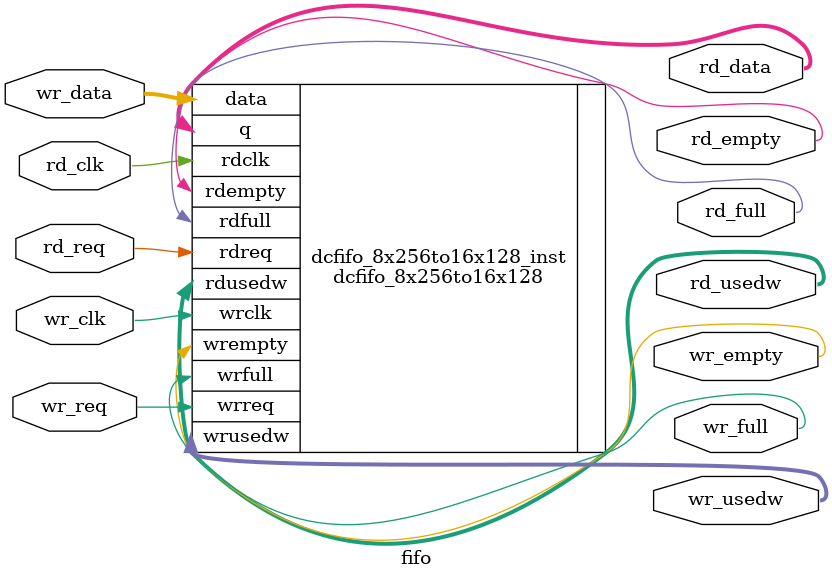
<source format=v>
module  fifo
(
    input   wire            wr_clk      ,
    input   wire            wr_req      ,
    input   wire    [7:0]   wr_data     ,
    input   wire            rd_clk      ,
    input   wire            rd_req      ,
                          
    output  wire            wr_full     ,
    output  wire            wr_empty    ,
    output  wire    [9:0]   wr_usedw    ,
    output  wire            rd_full     ,
    output  wire            rd_empty    ,
    output  wire    [8:0]   rd_usedw    ,
    output  wire    [15:0]  rd_data     


);


dcfifo_8x256to16x128	dcfifo_8x256to16x128_inst 
(
	.data    ( wr_data ),
	.rdclk   ( rd_clk ),
	.rdreq   ( rd_req ),
	.wrclk   ( wr_clk ),
	.wrreq   ( wr_req ),
	.q       ( rd_data ),
	.rdempty ( rd_empty ),
	.rdfull  ( rd_full ),
	.rdusedw ( rd_usedw ),
	.wrempty ( wr_empty ),
	.wrfull  ( wr_full ),
	.wrusedw ( wr_usedw )
);

endmodule
</source>
